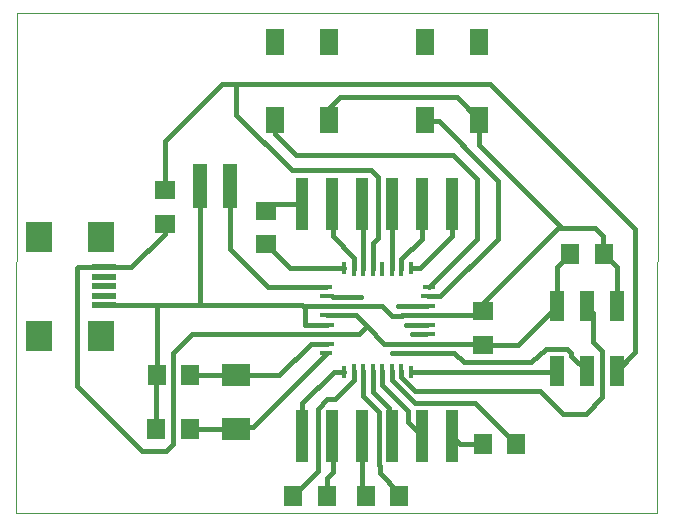
<source format=gtl>
G75*
%MOIN*%
%OFA0B0*%
%FSLAX25Y25*%
%IPPOS*%
%LPD*%
%AMOC8*
5,1,8,0,0,1.08239X$1,22.5*
%
%ADD10C,0.00000*%
%ADD11R,0.09400X0.07500*%
%ADD12R,0.06299X0.07098*%
%ADD13R,0.07098X0.06299*%
%ADD14R,0.06000X0.09000*%
%ADD15R,0.04400X0.01400*%
%ADD16R,0.05000X0.01400*%
%ADD17R,0.01400X0.04400*%
%ADD18R,0.01400X0.05000*%
%ADD19R,0.01380X0.05000*%
%ADD20R,0.05000X0.10000*%
%ADD21R,0.04000X0.17500*%
%ADD22R,0.08661X0.09843*%
%ADD23R,0.07874X0.01969*%
%ADD24R,0.05000X0.15000*%
%ADD25C,0.01600*%
D10*
X0005683Y0007197D02*
X0006084Y0173908D01*
X0219614Y0173717D01*
X0219334Y0006957D01*
X0005683Y0007197D01*
D11*
X0078914Y0035257D03*
X0078914Y0052957D03*
D12*
X0063712Y0053057D03*
X0052515Y0053057D03*
X0052465Y0035157D03*
X0063662Y0035157D03*
X0098055Y0012857D03*
X0109252Y0012857D03*
X0122255Y0012667D03*
X0133452Y0012667D03*
X0161255Y0030027D03*
X0172452Y0030027D03*
X0190336Y0093546D03*
X0201532Y0093546D03*
D13*
X0161183Y0074395D03*
X0161183Y0063198D03*
X0089134Y0096618D03*
X0089134Y0107815D03*
X0055213Y0103598D03*
X0055213Y0114795D03*
D14*
X0091954Y0138247D03*
X0109954Y0138247D03*
X0109954Y0164247D03*
X0091954Y0164247D03*
X0142034Y0164227D03*
X0160034Y0164227D03*
X0160034Y0138227D03*
X0142034Y0138227D03*
D15*
X0143364Y0082461D03*
X0143364Y0060413D03*
X0108964Y0060413D03*
X0108964Y0082461D03*
D16*
X0109264Y0079311D03*
X0109264Y0076161D03*
X0109264Y0073012D03*
X0109264Y0069862D03*
X0109264Y0066712D03*
X0109264Y0063563D03*
X0143064Y0063563D03*
X0143064Y0066712D03*
X0143064Y0069862D03*
X0143064Y0073012D03*
X0143064Y0076161D03*
X0143064Y0079311D03*
D17*
X0137187Y0088637D03*
X0115140Y0088637D03*
X0115140Y0054237D03*
X0137187Y0054237D03*
D18*
X0134038Y0054537D03*
X0130888Y0054537D03*
X0118290Y0054537D03*
X0118290Y0088337D03*
X0130888Y0088337D03*
X0134038Y0088337D03*
D19*
X0127739Y0088337D03*
X0124589Y0088337D03*
X0121439Y0088337D03*
X0121439Y0054537D03*
X0124589Y0054537D03*
X0127739Y0054537D03*
D20*
X0185864Y0054497D03*
X0195864Y0054497D03*
X0205864Y0054497D03*
X0205864Y0075993D03*
X0195864Y0075993D03*
X0185864Y0075993D03*
D21*
X0151164Y0110187D03*
X0141164Y0110187D03*
X0131164Y0110187D03*
X0121164Y0110187D03*
X0111164Y0110187D03*
X0101164Y0110187D03*
X0101164Y0032687D03*
X0111164Y0032687D03*
X0121164Y0032687D03*
X0131164Y0032687D03*
X0141164Y0032687D03*
X0151164Y0032687D03*
D22*
X0034078Y0066191D03*
X0013211Y0066191D03*
X0013211Y0099262D03*
X0034078Y0099262D03*
D23*
X0035062Y0089026D03*
X0035062Y0085876D03*
X0035062Y0082727D03*
X0035062Y0079577D03*
X0035062Y0076427D03*
D24*
X0067134Y0116197D03*
X0077134Y0116197D03*
D25*
X0077074Y0116137D01*
X0077074Y0095087D01*
X0089700Y0082461D01*
X0108964Y0082461D01*
X0111374Y0079107D02*
X0120513Y0079107D01*
X0127769Y0076161D02*
X0131044Y0072887D01*
X0134198Y0072887D01*
X0134323Y0073012D01*
X0143064Y0073012D01*
X0159800Y0073012D01*
X0161183Y0074395D01*
X0161183Y0077006D01*
X0186294Y0102117D01*
X0187664Y0102117D01*
X0160034Y0129746D01*
X0160034Y0138227D01*
X0152564Y0145697D01*
X0113694Y0145697D01*
X0109954Y0141957D01*
X0109954Y0138247D01*
X0098994Y0126407D02*
X0151334Y0126407D01*
X0159194Y0118547D01*
X0159194Y0098290D01*
X0143364Y0082461D01*
X0143064Y0079311D02*
X0147148Y0079311D01*
X0166274Y0098437D01*
X0166274Y0117757D01*
X0163014Y0121017D01*
X0163014Y0121247D01*
X0146614Y0137647D01*
X0142614Y0137647D01*
X0142034Y0138227D01*
X0124158Y0121337D02*
X0097633Y0121337D01*
X0079084Y0139887D01*
X0079084Y0149597D01*
X0079714Y0150227D01*
X0163694Y0150227D01*
X0212164Y0101757D01*
X0212164Y0060797D01*
X0205864Y0054497D01*
X0200964Y0048503D02*
X0200964Y0061086D01*
X0197924Y0064127D01*
X0197924Y0073933D01*
X0195864Y0075993D01*
X0185864Y0075993D02*
X0173069Y0063198D01*
X0161183Y0063198D01*
X0160819Y0063563D01*
X0143064Y0063563D01*
X0128487Y0063563D01*
X0122669Y0069382D01*
X0119999Y0066712D01*
X0109264Y0066712D01*
X0072978Y0066712D01*
X0072784Y0066717D01*
X0064424Y0066717D01*
X0058065Y0060548D01*
X0058065Y0030664D01*
X0058024Y0030182D01*
X0057684Y0029727D01*
X0055814Y0027857D01*
X0047674Y0027857D01*
X0026144Y0049387D01*
X0026144Y0088907D01*
X0026263Y0089026D01*
X0035062Y0089026D01*
X0044083Y0089026D01*
X0055213Y0100156D01*
X0055213Y0103598D01*
X0055213Y0114795D02*
X0055213Y0131206D01*
X0074234Y0150227D01*
X0079714Y0150227D01*
X0091954Y0138247D02*
X0091954Y0133447D01*
X0098994Y0126407D01*
X0101164Y0110187D02*
X0091505Y0110187D01*
X0089134Y0107815D01*
X0089134Y0096618D02*
X0097115Y0088637D01*
X0115140Y0088637D01*
X0118290Y0088337D02*
X0118290Y0092250D01*
X0111194Y0099347D01*
X0111194Y0110157D01*
X0111164Y0110187D01*
X0121164Y0110187D02*
X0121439Y0109911D01*
X0121439Y0088337D01*
X0124589Y0088337D02*
X0124649Y0088397D01*
X0124639Y0088387D01*
X0124589Y0088337D02*
X0124589Y0097172D01*
X0126264Y0098847D01*
X0126264Y0119231D01*
X0124158Y0121337D01*
X0131164Y0110187D02*
X0130888Y0109911D01*
X0130888Y0088337D01*
X0134038Y0088337D02*
X0134038Y0091641D01*
X0140994Y0098597D01*
X0140994Y0110017D01*
X0141164Y0110187D01*
X0151144Y0110167D02*
X0151164Y0110187D01*
X0151144Y0110167D02*
X0151144Y0099307D01*
X0140474Y0088637D01*
X0137187Y0088637D01*
X0132913Y0076097D02*
X0142644Y0076097D01*
X0142674Y0069807D02*
X0135644Y0069807D01*
X0135594Y0069757D01*
X0137594Y0066707D02*
X0142483Y0066707D01*
X0143364Y0060413D02*
X0151547Y0060413D01*
X0155134Y0057527D01*
X0177299Y0057527D01*
X0182370Y0061897D01*
X0189358Y0061897D01*
X0190764Y0060491D01*
X0190764Y0059597D01*
X0195864Y0054497D01*
X0200964Y0048503D02*
X0201074Y0048393D01*
X0201074Y0045677D01*
X0195504Y0040107D01*
X0187904Y0040107D01*
X0180254Y0047757D01*
X0138574Y0047757D01*
X0134038Y0052292D01*
X0134038Y0054537D01*
X0130888Y0054537D02*
X0130888Y0051402D01*
X0138564Y0043727D01*
X0158752Y0043727D01*
X0172452Y0030027D01*
X0161255Y0030027D02*
X0153824Y0030027D01*
X0151164Y0032687D01*
X0141164Y0032687D02*
X0136394Y0037457D01*
X0136464Y0041217D01*
X0127809Y0049872D01*
X0127739Y0054537D01*
X0124589Y0054537D02*
X0124589Y0047541D01*
X0129894Y0042237D01*
X0129894Y0033957D01*
X0131164Y0032687D01*
X0126694Y0040911D02*
X0126694Y0023013D01*
X0126864Y0022843D01*
X0126864Y0020527D01*
X0133452Y0013938D01*
X0133452Y0012667D01*
X0122255Y0012667D02*
X0121164Y0013758D01*
X0121164Y0032687D01*
X0111184Y0032667D02*
X0111164Y0032687D01*
X0111184Y0032667D02*
X0111184Y0020737D01*
X0109252Y0018805D01*
X0109252Y0012857D01*
X0106174Y0020975D02*
X0106174Y0041927D01*
X0109444Y0045197D01*
X0112074Y0045197D01*
X0118290Y0051413D01*
X0118290Y0054537D01*
X0115140Y0054237D02*
X0111704Y0054237D01*
X0101154Y0043687D01*
X0101154Y0032697D01*
X0101164Y0032687D01*
X0106174Y0020975D02*
X0098055Y0012857D01*
X0084634Y0035737D02*
X0079394Y0035737D01*
X0078814Y0035157D01*
X0063662Y0035157D01*
X0052465Y0035157D02*
X0052465Y0053007D01*
X0052515Y0053057D01*
X0052515Y0075956D01*
X0052044Y0076427D01*
X0066854Y0076427D01*
X0101133Y0076427D01*
X0101874Y0075687D01*
X0102348Y0076161D01*
X0109264Y0076161D01*
X0127769Y0076161D01*
X0122669Y0069382D02*
X0119038Y0073012D01*
X0109264Y0073012D01*
X0109264Y0069862D02*
X0101924Y0069862D01*
X0101874Y0069913D01*
X0101874Y0075687D01*
X0104010Y0063563D02*
X0109264Y0063563D01*
X0108964Y0060413D02*
X0108964Y0060067D01*
X0084634Y0035737D01*
X0079394Y0035737D02*
X0078914Y0035257D01*
X0078914Y0052957D02*
X0063812Y0052957D01*
X0063712Y0053057D01*
X0078914Y0052957D02*
X0078964Y0053007D01*
X0093454Y0053007D01*
X0104010Y0063563D01*
X0121439Y0054537D02*
X0121439Y0046165D01*
X0126694Y0040911D01*
X0137187Y0054237D02*
X0185604Y0054237D01*
X0185864Y0054497D01*
X0185864Y0075993D02*
X0185864Y0089074D01*
X0190336Y0093546D01*
X0187664Y0102117D02*
X0198804Y0102117D01*
X0201484Y0099437D01*
X0201484Y0093595D01*
X0201532Y0093546D01*
X0205864Y0089215D01*
X0205864Y0075993D01*
X0142433Y0060317D02*
X0131183Y0060317D01*
X0131113Y0060387D01*
X0067134Y0076587D02*
X0066854Y0076427D01*
X0067134Y0076587D02*
X0067134Y0116197D01*
X0052044Y0076427D02*
X0035062Y0076427D01*
M02*

</source>
